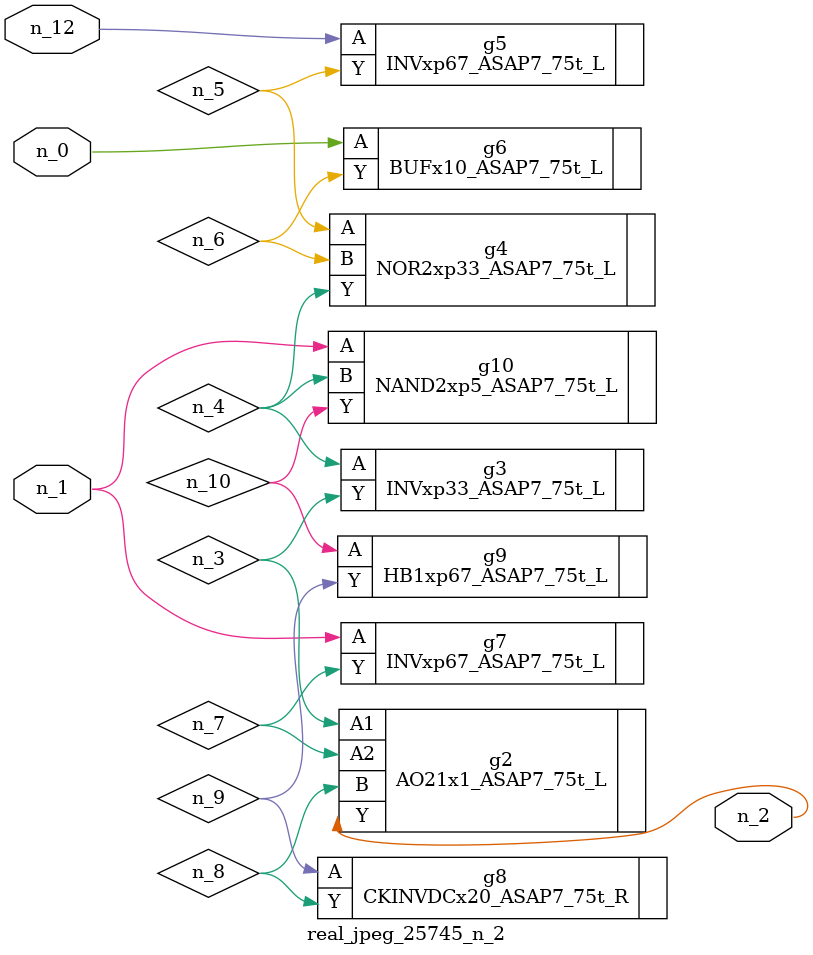
<source format=v>
module real_jpeg_25745_n_2 (n_12, n_1, n_0, n_2);

input n_12;
input n_1;
input n_0;

output n_2;

wire n_5;
wire n_4;
wire n_8;
wire n_6;
wire n_7;
wire n_3;
wire n_10;
wire n_9;

BUFx10_ASAP7_75t_L g6 ( 
.A(n_0),
.Y(n_6)
);

INVxp67_ASAP7_75t_L g7 ( 
.A(n_1),
.Y(n_7)
);

NAND2xp5_ASAP7_75t_L g10 ( 
.A(n_1),
.B(n_4),
.Y(n_10)
);

AO21x1_ASAP7_75t_L g2 ( 
.A1(n_3),
.A2(n_7),
.B(n_8),
.Y(n_2)
);

INVxp33_ASAP7_75t_L g3 ( 
.A(n_4),
.Y(n_3)
);

NOR2xp33_ASAP7_75t_L g4 ( 
.A(n_5),
.B(n_6),
.Y(n_4)
);

CKINVDCx20_ASAP7_75t_R g8 ( 
.A(n_9),
.Y(n_8)
);

HB1xp67_ASAP7_75t_L g9 ( 
.A(n_10),
.Y(n_9)
);

INVxp67_ASAP7_75t_L g5 ( 
.A(n_12),
.Y(n_5)
);


endmodule
</source>
